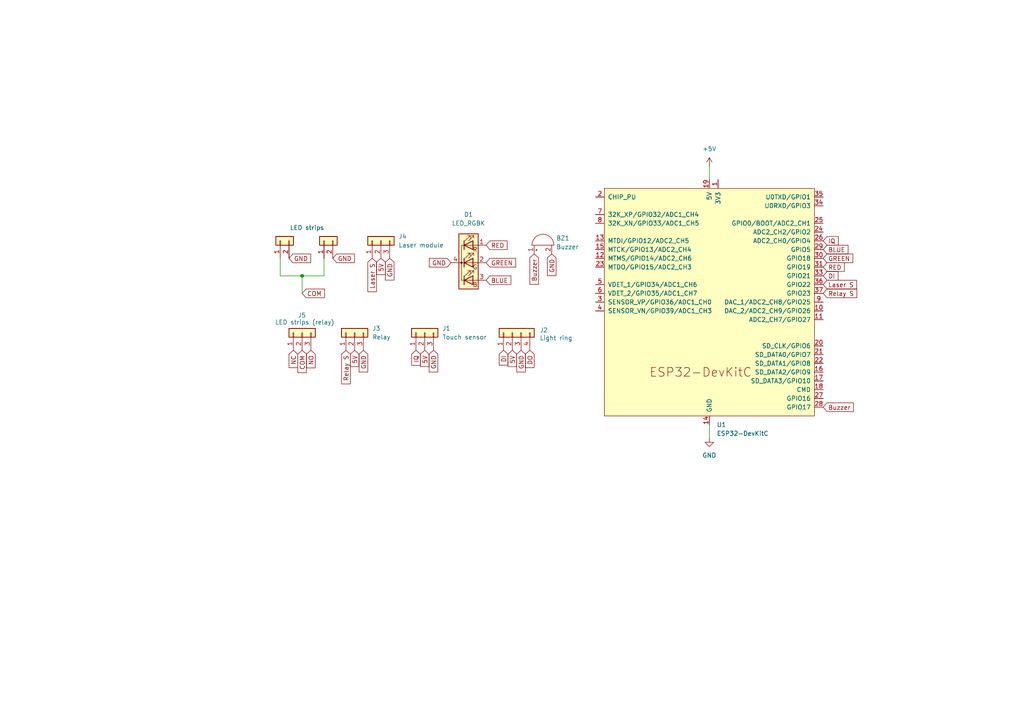
<source format=kicad_sch>
(kicad_sch
	(version 20250114)
	(generator "eeschema")
	(generator_version "9.0")
	(uuid "d3f9dd31-ab13-4689-8b39-d2565dc7a721")
	(paper "A4")
	(title_block
		(title "ESP32-home-light-show")
		(date "5. 1. 2026")
	)
	(lib_symbols
		(symbol "Connector_Generic:Conn_01x02"
			(pin_names
				(offset 1.016)
				(hide yes)
			)
			(exclude_from_sim no)
			(in_bom yes)
			(on_board yes)
			(property "Reference" "J"
				(at 0 2.54 0)
				(effects
					(font
						(size 1.27 1.27)
					)
				)
			)
			(property "Value" "Conn_01x02"
				(at 0 -5.08 0)
				(effects
					(font
						(size 1.27 1.27)
					)
				)
			)
			(property "Footprint" ""
				(at 0 0 0)
				(effects
					(font
						(size 1.27 1.27)
					)
					(hide yes)
				)
			)
			(property "Datasheet" "~"
				(at 0 0 0)
				(effects
					(font
						(size 1.27 1.27)
					)
					(hide yes)
				)
			)
			(property "Description" "Generic connector, single row, 01x02, script generated (kicad-library-utils/schlib/autogen/connector/)"
				(at 0 0 0)
				(effects
					(font
						(size 1.27 1.27)
					)
					(hide yes)
				)
			)
			(property "ki_keywords" "connector"
				(at 0 0 0)
				(effects
					(font
						(size 1.27 1.27)
					)
					(hide yes)
				)
			)
			(property "ki_fp_filters" "Connector*:*_1x??_*"
				(at 0 0 0)
				(effects
					(font
						(size 1.27 1.27)
					)
					(hide yes)
				)
			)
			(symbol "Conn_01x02_1_1"
				(rectangle
					(start -1.27 1.27)
					(end 1.27 -3.81)
					(stroke
						(width 0.254)
						(type default)
					)
					(fill
						(type background)
					)
				)
				(rectangle
					(start -1.27 0.127)
					(end 0 -0.127)
					(stroke
						(width 0.1524)
						(type default)
					)
					(fill
						(type none)
					)
				)
				(rectangle
					(start -1.27 -2.413)
					(end 0 -2.667)
					(stroke
						(width 0.1524)
						(type default)
					)
					(fill
						(type none)
					)
				)
				(pin passive line
					(at -5.08 0 0)
					(length 3.81)
					(name "Pin_1"
						(effects
							(font
								(size 1.27 1.27)
							)
						)
					)
					(number "1"
						(effects
							(font
								(size 1.27 1.27)
							)
						)
					)
				)
				(pin passive line
					(at -5.08 -2.54 0)
					(length 3.81)
					(name "Pin_2"
						(effects
							(font
								(size 1.27 1.27)
							)
						)
					)
					(number "2"
						(effects
							(font
								(size 1.27 1.27)
							)
						)
					)
				)
			)
			(embedded_fonts no)
		)
		(symbol "Connector_Generic:Conn_01x03"
			(pin_names
				(offset 1.016)
				(hide yes)
			)
			(exclude_from_sim no)
			(in_bom yes)
			(on_board yes)
			(property "Reference" "J"
				(at 0 5.08 0)
				(effects
					(font
						(size 1.27 1.27)
					)
				)
			)
			(property "Value" "Conn_01x03"
				(at 0 -5.08 0)
				(effects
					(font
						(size 1.27 1.27)
					)
				)
			)
			(property "Footprint" ""
				(at 0 0 0)
				(effects
					(font
						(size 1.27 1.27)
					)
					(hide yes)
				)
			)
			(property "Datasheet" "~"
				(at 0 0 0)
				(effects
					(font
						(size 1.27 1.27)
					)
					(hide yes)
				)
			)
			(property "Description" "Generic connector, single row, 01x03, script generated (kicad-library-utils/schlib/autogen/connector/)"
				(at 0 0 0)
				(effects
					(font
						(size 1.27 1.27)
					)
					(hide yes)
				)
			)
			(property "ki_keywords" "connector"
				(at 0 0 0)
				(effects
					(font
						(size 1.27 1.27)
					)
					(hide yes)
				)
			)
			(property "ki_fp_filters" "Connector*:*_1x??_*"
				(at 0 0 0)
				(effects
					(font
						(size 1.27 1.27)
					)
					(hide yes)
				)
			)
			(symbol "Conn_01x03_1_1"
				(rectangle
					(start -1.27 3.81)
					(end 1.27 -3.81)
					(stroke
						(width 0.254)
						(type default)
					)
					(fill
						(type background)
					)
				)
				(rectangle
					(start -1.27 2.667)
					(end 0 2.413)
					(stroke
						(width 0.1524)
						(type default)
					)
					(fill
						(type none)
					)
				)
				(rectangle
					(start -1.27 0.127)
					(end 0 -0.127)
					(stroke
						(width 0.1524)
						(type default)
					)
					(fill
						(type none)
					)
				)
				(rectangle
					(start -1.27 -2.413)
					(end 0 -2.667)
					(stroke
						(width 0.1524)
						(type default)
					)
					(fill
						(type none)
					)
				)
				(pin passive line
					(at -5.08 2.54 0)
					(length 3.81)
					(name "Pin_1"
						(effects
							(font
								(size 1.27 1.27)
							)
						)
					)
					(number "1"
						(effects
							(font
								(size 1.27 1.27)
							)
						)
					)
				)
				(pin passive line
					(at -5.08 0 0)
					(length 3.81)
					(name "Pin_2"
						(effects
							(font
								(size 1.27 1.27)
							)
						)
					)
					(number "2"
						(effects
							(font
								(size 1.27 1.27)
							)
						)
					)
				)
				(pin passive line
					(at -5.08 -2.54 0)
					(length 3.81)
					(name "Pin_3"
						(effects
							(font
								(size 1.27 1.27)
							)
						)
					)
					(number "3"
						(effects
							(font
								(size 1.27 1.27)
							)
						)
					)
				)
			)
			(embedded_fonts no)
		)
		(symbol "Connector_Generic:Conn_01x04"
			(pin_names
				(offset 1.016)
				(hide yes)
			)
			(exclude_from_sim no)
			(in_bom yes)
			(on_board yes)
			(property "Reference" "J"
				(at 0 5.08 0)
				(effects
					(font
						(size 1.27 1.27)
					)
				)
			)
			(property "Value" "Conn_01x04"
				(at 0 -7.62 0)
				(effects
					(font
						(size 1.27 1.27)
					)
				)
			)
			(property "Footprint" ""
				(at 0 0 0)
				(effects
					(font
						(size 1.27 1.27)
					)
					(hide yes)
				)
			)
			(property "Datasheet" "~"
				(at 0 0 0)
				(effects
					(font
						(size 1.27 1.27)
					)
					(hide yes)
				)
			)
			(property "Description" "Generic connector, single row, 01x04, script generated (kicad-library-utils/schlib/autogen/connector/)"
				(at 0 0 0)
				(effects
					(font
						(size 1.27 1.27)
					)
					(hide yes)
				)
			)
			(property "ki_keywords" "connector"
				(at 0 0 0)
				(effects
					(font
						(size 1.27 1.27)
					)
					(hide yes)
				)
			)
			(property "ki_fp_filters" "Connector*:*_1x??_*"
				(at 0 0 0)
				(effects
					(font
						(size 1.27 1.27)
					)
					(hide yes)
				)
			)
			(symbol "Conn_01x04_1_1"
				(rectangle
					(start -1.27 3.81)
					(end 1.27 -6.35)
					(stroke
						(width 0.254)
						(type default)
					)
					(fill
						(type background)
					)
				)
				(rectangle
					(start -1.27 2.667)
					(end 0 2.413)
					(stroke
						(width 0.1524)
						(type default)
					)
					(fill
						(type none)
					)
				)
				(rectangle
					(start -1.27 0.127)
					(end 0 -0.127)
					(stroke
						(width 0.1524)
						(type default)
					)
					(fill
						(type none)
					)
				)
				(rectangle
					(start -1.27 -2.413)
					(end 0 -2.667)
					(stroke
						(width 0.1524)
						(type default)
					)
					(fill
						(type none)
					)
				)
				(rectangle
					(start -1.27 -4.953)
					(end 0 -5.207)
					(stroke
						(width 0.1524)
						(type default)
					)
					(fill
						(type none)
					)
				)
				(pin passive line
					(at -5.08 2.54 0)
					(length 3.81)
					(name "Pin_1"
						(effects
							(font
								(size 1.27 1.27)
							)
						)
					)
					(number "1"
						(effects
							(font
								(size 1.27 1.27)
							)
						)
					)
				)
				(pin passive line
					(at -5.08 0 0)
					(length 3.81)
					(name "Pin_2"
						(effects
							(font
								(size 1.27 1.27)
							)
						)
					)
					(number "2"
						(effects
							(font
								(size 1.27 1.27)
							)
						)
					)
				)
				(pin passive line
					(at -5.08 -2.54 0)
					(length 3.81)
					(name "Pin_3"
						(effects
							(font
								(size 1.27 1.27)
							)
						)
					)
					(number "3"
						(effects
							(font
								(size 1.27 1.27)
							)
						)
					)
				)
				(pin passive line
					(at -5.08 -5.08 0)
					(length 3.81)
					(name "Pin_4"
						(effects
							(font
								(size 1.27 1.27)
							)
						)
					)
					(number "4"
						(effects
							(font
								(size 1.27 1.27)
							)
						)
					)
				)
			)
			(embedded_fonts no)
		)
		(symbol "Device:Buzzer"
			(pin_names
				(offset 0.0254)
				(hide yes)
			)
			(exclude_from_sim no)
			(in_bom yes)
			(on_board yes)
			(property "Reference" "BZ"
				(at 3.81 1.27 0)
				(effects
					(font
						(size 1.27 1.27)
					)
					(justify left)
				)
			)
			(property "Value" "Buzzer"
				(at 3.81 -1.27 0)
				(effects
					(font
						(size 1.27 1.27)
					)
					(justify left)
				)
			)
			(property "Footprint" ""
				(at -0.635 2.54 90)
				(effects
					(font
						(size 1.27 1.27)
					)
					(hide yes)
				)
			)
			(property "Datasheet" "~"
				(at -0.635 2.54 90)
				(effects
					(font
						(size 1.27 1.27)
					)
					(hide yes)
				)
			)
			(property "Description" "Buzzer, polarized"
				(at 0 0 0)
				(effects
					(font
						(size 1.27 1.27)
					)
					(hide yes)
				)
			)
			(property "ki_keywords" "quartz resonator ceramic"
				(at 0 0 0)
				(effects
					(font
						(size 1.27 1.27)
					)
					(hide yes)
				)
			)
			(property "ki_fp_filters" "*Buzzer*"
				(at 0 0 0)
				(effects
					(font
						(size 1.27 1.27)
					)
					(hide yes)
				)
			)
			(symbol "Buzzer_0_1"
				(polyline
					(pts
						(xy -1.651 1.905) (xy -1.143 1.905)
					)
					(stroke
						(width 0)
						(type default)
					)
					(fill
						(type none)
					)
				)
				(polyline
					(pts
						(xy -1.397 2.159) (xy -1.397 1.651)
					)
					(stroke
						(width 0)
						(type default)
					)
					(fill
						(type none)
					)
				)
				(arc
					(start 0 3.175)
					(mid 3.1612 0)
					(end 0 -3.175)
					(stroke
						(width 0)
						(type default)
					)
					(fill
						(type none)
					)
				)
				(polyline
					(pts
						(xy 0 3.175) (xy 0 -3.175)
					)
					(stroke
						(width 0)
						(type default)
					)
					(fill
						(type none)
					)
				)
			)
			(symbol "Buzzer_1_1"
				(pin passive line
					(at -2.54 2.54 0)
					(length 2.54)
					(name "+"
						(effects
							(font
								(size 1.27 1.27)
							)
						)
					)
					(number "1"
						(effects
							(font
								(size 1.27 1.27)
							)
						)
					)
				)
				(pin passive line
					(at -2.54 -2.54 0)
					(length 2.54)
					(name "-"
						(effects
							(font
								(size 1.27 1.27)
							)
						)
					)
					(number "2"
						(effects
							(font
								(size 1.27 1.27)
							)
						)
					)
				)
			)
			(embedded_fonts no)
		)
		(symbol "Device:LED_RGBK"
			(pin_names
				(offset 0)
				(hide yes)
			)
			(exclude_from_sim no)
			(in_bom yes)
			(on_board yes)
			(property "Reference" "D"
				(at 0 9.398 0)
				(effects
					(font
						(size 1.27 1.27)
					)
				)
			)
			(property "Value" "LED_RGBK"
				(at 0 -8.89 0)
				(effects
					(font
						(size 1.27 1.27)
					)
				)
			)
			(property "Footprint" ""
				(at 0 -1.27 0)
				(effects
					(font
						(size 1.27 1.27)
					)
					(hide yes)
				)
			)
			(property "Datasheet" "~"
				(at 0 -1.27 0)
				(effects
					(font
						(size 1.27 1.27)
					)
					(hide yes)
				)
			)
			(property "Description" "RGB LED, red/green/blue/cathode"
				(at 0 0 0)
				(effects
					(font
						(size 1.27 1.27)
					)
					(hide yes)
				)
			)
			(property "ki_keywords" "LED RGB diode"
				(at 0 0 0)
				(effects
					(font
						(size 1.27 1.27)
					)
					(hide yes)
				)
			)
			(property "ki_fp_filters" "LED* LED_SMD:* LED_THT:*"
				(at 0 0 0)
				(effects
					(font
						(size 1.27 1.27)
					)
					(hide yes)
				)
			)
			(symbol "LED_RGBK_0_0"
				(text "R"
					(at 1.905 3.81 0)
					(effects
						(font
							(size 1.27 1.27)
						)
					)
				)
				(text "G"
					(at 1.905 -1.27 0)
					(effects
						(font
							(size 1.27 1.27)
						)
					)
				)
				(text "B"
					(at 1.905 -6.35 0)
					(effects
						(font
							(size 1.27 1.27)
						)
					)
				)
			)
			(symbol "LED_RGBK_0_1"
				(circle
					(center -2.032 0)
					(radius 0.254)
					(stroke
						(width 0)
						(type default)
					)
					(fill
						(type outline)
					)
				)
				(polyline
					(pts
						(xy -1.27 6.35) (xy -1.27 3.81)
					)
					(stroke
						(width 0.254)
						(type default)
					)
					(fill
						(type none)
					)
				)
				(polyline
					(pts
						(xy -1.27 6.35) (xy -1.27 3.81) (xy -1.27 3.81)
					)
					(stroke
						(width 0)
						(type default)
					)
					(fill
						(type none)
					)
				)
				(polyline
					(pts
						(xy -1.27 5.08) (xy 1.27 5.08)
					)
					(stroke
						(width 0)
						(type default)
					)
					(fill
						(type none)
					)
				)
				(polyline
					(pts
						(xy -1.27 5.08) (xy -2.032 5.08) (xy -2.032 -5.08) (xy -1.016 -5.08)
					)
					(stroke
						(width 0)
						(type default)
					)
					(fill
						(type none)
					)
				)
				(polyline
					(pts
						(xy -1.27 1.27) (xy -1.27 -1.27)
					)
					(stroke
						(width 0.254)
						(type default)
					)
					(fill
						(type none)
					)
				)
				(polyline
					(pts
						(xy -1.27 1.27) (xy -1.27 -1.27) (xy -1.27 -1.27)
					)
					(stroke
						(width 0)
						(type default)
					)
					(fill
						(type none)
					)
				)
				(polyline
					(pts
						(xy -1.27 0) (xy -2.54 0)
					)
					(stroke
						(width 0)
						(type default)
					)
					(fill
						(type none)
					)
				)
				(polyline
					(pts
						(xy -1.27 -3.81) (xy -1.27 -6.35)
					)
					(stroke
						(width 0.254)
						(type default)
					)
					(fill
						(type none)
					)
				)
				(polyline
					(pts
						(xy -1.27 -5.08) (xy 1.27 -5.08)
					)
					(stroke
						(width 0)
						(type default)
					)
					(fill
						(type none)
					)
				)
				(polyline
					(pts
						(xy -1.016 6.35) (xy 0.508 7.874) (xy -0.254 7.874) (xy 0.508 7.874) (xy 0.508 7.112)
					)
					(stroke
						(width 0)
						(type default)
					)
					(fill
						(type none)
					)
				)
				(polyline
					(pts
						(xy -1.016 1.27) (xy 0.508 2.794) (xy -0.254 2.794) (xy 0.508 2.794) (xy 0.508 2.032)
					)
					(stroke
						(width 0)
						(type default)
					)
					(fill
						(type none)
					)
				)
				(polyline
					(pts
						(xy -1.016 -3.81) (xy 0.508 -2.286) (xy -0.254 -2.286) (xy 0.508 -2.286) (xy 0.508 -3.048)
					)
					(stroke
						(width 0)
						(type default)
					)
					(fill
						(type none)
					)
				)
				(polyline
					(pts
						(xy 0 6.35) (xy 1.524 7.874) (xy 0.762 7.874) (xy 1.524 7.874) (xy 1.524 7.112)
					)
					(stroke
						(width 0)
						(type default)
					)
					(fill
						(type none)
					)
				)
				(polyline
					(pts
						(xy 0 1.27) (xy 1.524 2.794) (xy 0.762 2.794) (xy 1.524 2.794) (xy 1.524 2.032)
					)
					(stroke
						(width 0)
						(type default)
					)
					(fill
						(type none)
					)
				)
				(polyline
					(pts
						(xy 0 -3.81) (xy 1.524 -2.286) (xy 0.762 -2.286) (xy 1.524 -2.286) (xy 1.524 -3.048)
					)
					(stroke
						(width 0)
						(type default)
					)
					(fill
						(type none)
					)
				)
				(polyline
					(pts
						(xy 1.27 6.35) (xy 1.27 3.81) (xy -1.27 5.08) (xy 1.27 6.35)
					)
					(stroke
						(width 0.254)
						(type default)
					)
					(fill
						(type none)
					)
				)
				(rectangle
					(start 1.27 6.35)
					(end 1.27 6.35)
					(stroke
						(width 0)
						(type default)
					)
					(fill
						(type none)
					)
				)
				(polyline
					(pts
						(xy 1.27 5.08) (xy 2.54 5.08)
					)
					(stroke
						(width 0)
						(type default)
					)
					(fill
						(type none)
					)
				)
				(rectangle
					(start 1.27 3.81)
					(end 1.27 6.35)
					(stroke
						(width 0)
						(type default)
					)
					(fill
						(type none)
					)
				)
				(polyline
					(pts
						(xy 1.27 1.27) (xy 1.27 -1.27) (xy -1.27 0) (xy 1.27 1.27)
					)
					(stroke
						(width 0.254)
						(type default)
					)
					(fill
						(type none)
					)
				)
				(rectangle
					(start 1.27 1.27)
					(end 1.27 1.27)
					(stroke
						(width 0)
						(type default)
					)
					(fill
						(type none)
					)
				)
				(polyline
					(pts
						(xy 1.27 0) (xy -1.27 0)
					)
					(stroke
						(width 0)
						(type default)
					)
					(fill
						(type none)
					)
				)
				(polyline
					(pts
						(xy 1.27 0) (xy 2.54 0)
					)
					(stroke
						(width 0)
						(type default)
					)
					(fill
						(type none)
					)
				)
				(rectangle
					(start 1.27 -1.27)
					(end 1.27 1.27)
					(stroke
						(width 0)
						(type default)
					)
					(fill
						(type none)
					)
				)
				(polyline
					(pts
						(xy 1.27 -3.81) (xy 1.27 -6.35) (xy -1.27 -5.08) (xy 1.27 -3.81)
					)
					(stroke
						(width 0.254)
						(type default)
					)
					(fill
						(type none)
					)
				)
				(polyline
					(pts
						(xy 1.27 -5.08) (xy 2.54 -5.08)
					)
					(stroke
						(width 0)
						(type default)
					)
					(fill
						(type none)
					)
				)
				(rectangle
					(start 2.794 8.382)
					(end -2.794 -7.62)
					(stroke
						(width 0.254)
						(type default)
					)
					(fill
						(type background)
					)
				)
			)
			(symbol "LED_RGBK_1_1"
				(pin passive line
					(at -5.08 0 0)
					(length 2.54)
					(name "K"
						(effects
							(font
								(size 1.27 1.27)
							)
						)
					)
					(number "4"
						(effects
							(font
								(size 1.27 1.27)
							)
						)
					)
				)
				(pin passive line
					(at 5.08 5.08 180)
					(length 2.54)
					(name "RA"
						(effects
							(font
								(size 1.27 1.27)
							)
						)
					)
					(number "1"
						(effects
							(font
								(size 1.27 1.27)
							)
						)
					)
				)
				(pin passive line
					(at 5.08 0 180)
					(length 2.54)
					(name "GA"
						(effects
							(font
								(size 1.27 1.27)
							)
						)
					)
					(number "2"
						(effects
							(font
								(size 1.27 1.27)
							)
						)
					)
				)
				(pin passive line
					(at 5.08 -5.08 180)
					(length 2.54)
					(name "BA"
						(effects
							(font
								(size 1.27 1.27)
							)
						)
					)
					(number "3"
						(effects
							(font
								(size 1.27 1.27)
							)
						)
					)
				)
			)
			(embedded_fonts no)
		)
		(symbol "Espressif:ESP32-DevKitC"
			(pin_names
				(offset 1.016)
			)
			(exclude_from_sim no)
			(in_bom yes)
			(on_board yes)
			(property "Reference" "U"
				(at -30.48 38.1 0)
				(effects
					(font
						(size 1.27 1.27)
					)
					(justify left)
				)
			)
			(property "Value" "ESP32-DevKitC"
				(at -30.48 35.56 0)
				(effects
					(font
						(size 1.27 1.27)
					)
					(justify left)
				)
			)
			(property "Footprint" "PCM_Espressif:ESP32-DevKitC"
				(at 0 -43.18 0)
				(effects
					(font
						(size 1.27 1.27)
					)
					(hide yes)
				)
			)
			(property "Datasheet" "https://docs.espressif.com/projects/esp-idf/zh_CN/latest/esp32/hw-reference/esp32/get-started-devkitc.html"
				(at 0 -45.72 0)
				(effects
					(font
						(size 1.27 1.27)
					)
					(hide yes)
				)
			)
			(property "Description" "Development Kit"
				(at 0 0 0)
				(effects
					(font
						(size 1.27 1.27)
					)
					(hide yes)
				)
			)
			(property "ki_keywords" "ESP32"
				(at 0 0 0)
				(effects
					(font
						(size 1.27 1.27)
					)
					(hide yes)
				)
			)
			(symbol "ESP32-DevKitC_0_0"
				(text "ESP32-DevKitC"
					(at -2.54 -20.32 0)
					(effects
						(font
							(size 2.54 2.54)
						)
					)
				)
				(pin power_in line
					(at 0 35.56 270)
					(length 2.54)
					(name "5V"
						(effects
							(font
								(size 1.27 1.27)
							)
						)
					)
					(number "19"
						(effects
							(font
								(size 1.27 1.27)
							)
						)
					)
				)
				(pin power_in line
					(at 0 -35.56 90)
					(length 2.54)
					(name "GND"
						(effects
							(font
								(size 1.27 1.27)
							)
						)
					)
					(number "14"
						(effects
							(font
								(size 1.27 1.27)
							)
						)
					)
				)
			)
			(symbol "ESP32-DevKitC_0_1"
				(rectangle
					(start -30.48 33.02)
					(end 30.48 -33.02)
					(stroke
						(width 0)
						(type default)
					)
					(fill
						(type background)
					)
				)
			)
			(symbol "ESP32-DevKitC_1_1"
				(pin input line
					(at -33.02 30.48 0)
					(length 2.54)
					(name "CHIP_PU"
						(effects
							(font
								(size 1.27 1.27)
							)
						)
					)
					(number "2"
						(effects
							(font
								(size 1.27 1.27)
							)
						)
					)
				)
				(pin bidirectional line
					(at -33.02 25.4 0)
					(length 2.54)
					(name "32K_XP/GPIO32/ADC1_CH4"
						(effects
							(font
								(size 1.27 1.27)
							)
						)
					)
					(number "7"
						(effects
							(font
								(size 1.27 1.27)
							)
						)
					)
				)
				(pin bidirectional line
					(at -33.02 22.86 0)
					(length 2.54)
					(name "32K_XN/GPIO33/ADC1_CH5"
						(effects
							(font
								(size 1.27 1.27)
							)
						)
					)
					(number "8"
						(effects
							(font
								(size 1.27 1.27)
							)
						)
					)
				)
				(pin bidirectional line
					(at -33.02 17.78 0)
					(length 2.54)
					(name "MTDI/GPIO12/ADC2_CH5"
						(effects
							(font
								(size 1.27 1.27)
							)
						)
					)
					(number "13"
						(effects
							(font
								(size 1.27 1.27)
							)
						)
					)
				)
				(pin bidirectional line
					(at -33.02 15.24 0)
					(length 2.54)
					(name "MTCK/GPIO13/ADC2_CH4"
						(effects
							(font
								(size 1.27 1.27)
							)
						)
					)
					(number "15"
						(effects
							(font
								(size 1.27 1.27)
							)
						)
					)
				)
				(pin bidirectional line
					(at -33.02 12.7 0)
					(length 2.54)
					(name "MTMS/GPIO14/ADC2_CH6"
						(effects
							(font
								(size 1.27 1.27)
							)
						)
					)
					(number "12"
						(effects
							(font
								(size 1.27 1.27)
							)
						)
					)
				)
				(pin bidirectional line
					(at -33.02 10.16 0)
					(length 2.54)
					(name "MTDO/GPIO15/ADC2_CH3"
						(effects
							(font
								(size 1.27 1.27)
							)
						)
					)
					(number "23"
						(effects
							(font
								(size 1.27 1.27)
							)
						)
					)
				)
				(pin input line
					(at -33.02 5.08 0)
					(length 2.54)
					(name "VDET_1/GPIO34/ADC1_CH6"
						(effects
							(font
								(size 1.27 1.27)
							)
						)
					)
					(number "5"
						(effects
							(font
								(size 1.27 1.27)
							)
						)
					)
				)
				(pin input line
					(at -33.02 2.54 0)
					(length 2.54)
					(name "VDET_2/GPIO35/ADC1_CH7"
						(effects
							(font
								(size 1.27 1.27)
							)
						)
					)
					(number "6"
						(effects
							(font
								(size 1.27 1.27)
							)
						)
					)
				)
				(pin input line
					(at -33.02 0 0)
					(length 2.54)
					(name "SENSOR_VP/GPIO36/ADC1_CH0"
						(effects
							(font
								(size 1.27 1.27)
							)
						)
					)
					(number "3"
						(effects
							(font
								(size 1.27 1.27)
							)
						)
					)
				)
				(pin input line
					(at -33.02 -2.54 0)
					(length 2.54)
					(name "SENSOR_VN/GPIO39/ADC1_CH3"
						(effects
							(font
								(size 1.27 1.27)
							)
						)
					)
					(number "4"
						(effects
							(font
								(size 1.27 1.27)
							)
						)
					)
				)
				(pin passive line
					(at 0 -35.56 90)
					(length 2.54)
					(hide yes)
					(name "GND"
						(effects
							(font
								(size 1.27 1.27)
							)
						)
					)
					(number "32"
						(effects
							(font
								(size 1.27 1.27)
							)
						)
					)
				)
				(pin passive line
					(at 0 -35.56 90)
					(length 2.54)
					(hide yes)
					(name "GND"
						(effects
							(font
								(size 1.27 1.27)
							)
						)
					)
					(number "38"
						(effects
							(font
								(size 1.27 1.27)
							)
						)
					)
				)
				(pin power_in line
					(at 2.54 35.56 270)
					(length 2.54)
					(name "3V3"
						(effects
							(font
								(size 1.27 1.27)
							)
						)
					)
					(number "1"
						(effects
							(font
								(size 1.27 1.27)
							)
						)
					)
				)
				(pin bidirectional line
					(at 33.02 30.48 180)
					(length 2.54)
					(name "U0TXD/GPIO1"
						(effects
							(font
								(size 1.27 1.27)
							)
						)
					)
					(number "35"
						(effects
							(font
								(size 1.27 1.27)
							)
						)
					)
				)
				(pin bidirectional line
					(at 33.02 27.94 180)
					(length 2.54)
					(name "U0RXD/GPIO3"
						(effects
							(font
								(size 1.27 1.27)
							)
						)
					)
					(number "34"
						(effects
							(font
								(size 1.27 1.27)
							)
						)
					)
				)
				(pin bidirectional line
					(at 33.02 22.86 180)
					(length 2.54)
					(name "GPIO0/BOOT/ADC2_CH1"
						(effects
							(font
								(size 1.27 1.27)
							)
						)
					)
					(number "25"
						(effects
							(font
								(size 1.27 1.27)
							)
						)
					)
				)
				(pin bidirectional line
					(at 33.02 20.32 180)
					(length 2.54)
					(name "ADC2_CH2/GPIO2"
						(effects
							(font
								(size 1.27 1.27)
							)
						)
					)
					(number "24"
						(effects
							(font
								(size 1.27 1.27)
							)
						)
					)
				)
				(pin bidirectional line
					(at 33.02 17.78 180)
					(length 2.54)
					(name "ADC2_CH0/GPIO4"
						(effects
							(font
								(size 1.27 1.27)
							)
						)
					)
					(number "26"
						(effects
							(font
								(size 1.27 1.27)
							)
						)
					)
				)
				(pin bidirectional line
					(at 33.02 15.24 180)
					(length 2.54)
					(name "GPIO5"
						(effects
							(font
								(size 1.27 1.27)
							)
						)
					)
					(number "29"
						(effects
							(font
								(size 1.27 1.27)
							)
						)
					)
				)
				(pin bidirectional line
					(at 33.02 12.7 180)
					(length 2.54)
					(name "GPIO18"
						(effects
							(font
								(size 1.27 1.27)
							)
						)
					)
					(number "30"
						(effects
							(font
								(size 1.27 1.27)
							)
						)
					)
				)
				(pin bidirectional line
					(at 33.02 10.16 180)
					(length 2.54)
					(name "GPIO19"
						(effects
							(font
								(size 1.27 1.27)
							)
						)
					)
					(number "31"
						(effects
							(font
								(size 1.27 1.27)
							)
						)
					)
				)
				(pin bidirectional line
					(at 33.02 7.62 180)
					(length 2.54)
					(name "GPIO21"
						(effects
							(font
								(size 1.27 1.27)
							)
						)
					)
					(number "33"
						(effects
							(font
								(size 1.27 1.27)
							)
						)
					)
				)
				(pin bidirectional line
					(at 33.02 5.08 180)
					(length 2.54)
					(name "GPIO22"
						(effects
							(font
								(size 1.27 1.27)
							)
						)
					)
					(number "36"
						(effects
							(font
								(size 1.27 1.27)
							)
						)
					)
				)
				(pin bidirectional line
					(at 33.02 2.54 180)
					(length 2.54)
					(name "GPIO23"
						(effects
							(font
								(size 1.27 1.27)
							)
						)
					)
					(number "37"
						(effects
							(font
								(size 1.27 1.27)
							)
						)
					)
				)
				(pin bidirectional line
					(at 33.02 0 180)
					(length 2.54)
					(name "DAC_1/ADC2_CH8/GPIO25"
						(effects
							(font
								(size 1.27 1.27)
							)
						)
					)
					(number "9"
						(effects
							(font
								(size 1.27 1.27)
							)
						)
					)
				)
				(pin bidirectional line
					(at 33.02 -2.54 180)
					(length 2.54)
					(name "DAC_2/ADC2_CH9/GPIO26"
						(effects
							(font
								(size 1.27 1.27)
							)
						)
					)
					(number "10"
						(effects
							(font
								(size 1.27 1.27)
							)
						)
					)
				)
				(pin bidirectional line
					(at 33.02 -5.08 180)
					(length 2.54)
					(name "ADC2_CH7/GPIO27"
						(effects
							(font
								(size 1.27 1.27)
							)
						)
					)
					(number "11"
						(effects
							(font
								(size 1.27 1.27)
							)
						)
					)
				)
				(pin bidirectional line
					(at 33.02 -12.7 180)
					(length 2.54)
					(name "SD_CLK/GPIO6"
						(effects
							(font
								(size 1.27 1.27)
							)
						)
					)
					(number "20"
						(effects
							(font
								(size 1.27 1.27)
							)
						)
					)
				)
				(pin bidirectional line
					(at 33.02 -15.24 180)
					(length 2.54)
					(name "SD_DATA0/GPIO7"
						(effects
							(font
								(size 1.27 1.27)
							)
						)
					)
					(number "21"
						(effects
							(font
								(size 1.27 1.27)
							)
						)
					)
				)
				(pin bidirectional line
					(at 33.02 -17.78 180)
					(length 2.54)
					(name "SD_DATA1/GPIO8"
						(effects
							(font
								(size 1.27 1.27)
							)
						)
					)
					(number "22"
						(effects
							(font
								(size 1.27 1.27)
							)
						)
					)
				)
				(pin bidirectional line
					(at 33.02 -20.32 180)
					(length 2.54)
					(name "SD_DATA2/GPIO9"
						(effects
							(font
								(size 1.27 1.27)
							)
						)
					)
					(number "16"
						(effects
							(font
								(size 1.27 1.27)
							)
						)
					)
				)
				(pin bidirectional line
					(at 33.02 -22.86 180)
					(length 2.54)
					(name "SD_DATA3/GPIO10"
						(effects
							(font
								(size 1.27 1.27)
							)
						)
					)
					(number "17"
						(effects
							(font
								(size 1.27 1.27)
							)
						)
					)
				)
				(pin bidirectional line
					(at 33.02 -25.4 180)
					(length 2.54)
					(name "CMD"
						(effects
							(font
								(size 1.27 1.27)
							)
						)
					)
					(number "18"
						(effects
							(font
								(size 1.27 1.27)
							)
						)
					)
				)
				(pin bidirectional line
					(at 33.02 -27.94 180)
					(length 2.54)
					(name "GPIO16"
						(effects
							(font
								(size 1.27 1.27)
							)
						)
					)
					(number "27"
						(effects
							(font
								(size 1.27 1.27)
							)
						)
					)
				)
				(pin bidirectional line
					(at 33.02 -30.48 180)
					(length 2.54)
					(name "GPIO17"
						(effects
							(font
								(size 1.27 1.27)
							)
						)
					)
					(number "28"
						(effects
							(font
								(size 1.27 1.27)
							)
						)
					)
				)
			)
			(embedded_fonts no)
		)
		(symbol "power:+5V"
			(power)
			(pin_numbers
				(hide yes)
			)
			(pin_names
				(offset 0)
				(hide yes)
			)
			(exclude_from_sim no)
			(in_bom yes)
			(on_board yes)
			(property "Reference" "#PWR"
				(at 0 -3.81 0)
				(effects
					(font
						(size 1.27 1.27)
					)
					(hide yes)
				)
			)
			(property "Value" "+5V"
				(at 0 3.556 0)
				(effects
					(font
						(size 1.27 1.27)
					)
				)
			)
			(property "Footprint" ""
				(at 0 0 0)
				(effects
					(font
						(size 1.27 1.27)
					)
					(hide yes)
				)
			)
			(property "Datasheet" ""
				(at 0 0 0)
				(effects
					(font
						(size 1.27 1.27)
					)
					(hide yes)
				)
			)
			(property "Description" "Power symbol creates a global label with name \"+5V\""
				(at 0 0 0)
				(effects
					(font
						(size 1.27 1.27)
					)
					(hide yes)
				)
			)
			(property "ki_keywords" "global power"
				(at 0 0 0)
				(effects
					(font
						(size 1.27 1.27)
					)
					(hide yes)
				)
			)
			(symbol "+5V_0_1"
				(polyline
					(pts
						(xy -0.762 1.27) (xy 0 2.54)
					)
					(stroke
						(width 0)
						(type default)
					)
					(fill
						(type none)
					)
				)
				(polyline
					(pts
						(xy 0 2.54) (xy 0.762 1.27)
					)
					(stroke
						(width 0)
						(type default)
					)
					(fill
						(type none)
					)
				)
				(polyline
					(pts
						(xy 0 0) (xy 0 2.54)
					)
					(stroke
						(width 0)
						(type default)
					)
					(fill
						(type none)
					)
				)
			)
			(symbol "+5V_1_1"
				(pin power_in line
					(at 0 0 90)
					(length 0)
					(name "~"
						(effects
							(font
								(size 1.27 1.27)
							)
						)
					)
					(number "1"
						(effects
							(font
								(size 1.27 1.27)
							)
						)
					)
				)
			)
			(embedded_fonts no)
		)
		(symbol "power:GND"
			(power)
			(pin_numbers
				(hide yes)
			)
			(pin_names
				(offset 0)
				(hide yes)
			)
			(exclude_from_sim no)
			(in_bom yes)
			(on_board yes)
			(property "Reference" "#PWR"
				(at 0 -6.35 0)
				(effects
					(font
						(size 1.27 1.27)
					)
					(hide yes)
				)
			)
			(property "Value" "GND"
				(at 0 -3.81 0)
				(effects
					(font
						(size 1.27 1.27)
					)
				)
			)
			(property "Footprint" ""
				(at 0 0 0)
				(effects
					(font
						(size 1.27 1.27)
					)
					(hide yes)
				)
			)
			(property "Datasheet" ""
				(at 0 0 0)
				(effects
					(font
						(size 1.27 1.27)
					)
					(hide yes)
				)
			)
			(property "Description" "Power symbol creates a global label with name \"GND\" , ground"
				(at 0 0 0)
				(effects
					(font
						(size 1.27 1.27)
					)
					(hide yes)
				)
			)
			(property "ki_keywords" "global power"
				(at 0 0 0)
				(effects
					(font
						(size 1.27 1.27)
					)
					(hide yes)
				)
			)
			(symbol "GND_0_1"
				(polyline
					(pts
						(xy 0 0) (xy 0 -1.27) (xy 1.27 -1.27) (xy 0 -2.54) (xy -1.27 -1.27) (xy 0 -1.27)
					)
					(stroke
						(width 0)
						(type default)
					)
					(fill
						(type none)
					)
				)
			)
			(symbol "GND_1_1"
				(pin power_in line
					(at 0 0 270)
					(length 0)
					(name "~"
						(effects
							(font
								(size 1.27 1.27)
							)
						)
					)
					(number "1"
						(effects
							(font
								(size 1.27 1.27)
							)
						)
					)
				)
			)
			(embedded_fonts no)
		)
	)
	(junction
		(at 87.63 80.01)
		(diameter 0)
		(color 0 0 0 0)
		(uuid "78f959c5-b14b-49c1-8799-fbb3f4fc3f39")
	)
	(wire
		(pts
			(xy 205.74 127) (xy 205.74 123.19)
		)
		(stroke
			(width 0)
			(type default)
		)
		(uuid "1b6ebb2e-cdeb-48f6-8a3a-d2eb1b25507b")
	)
	(wire
		(pts
			(xy 81.28 74.93) (xy 81.28 80.01)
		)
		(stroke
			(width 0)
			(type default)
		)
		(uuid "2b41c0d8-c10f-4f0c-bf1f-854b2c03d352")
	)
	(wire
		(pts
			(xy 87.63 80.01) (xy 87.63 85.09)
		)
		(stroke
			(width 0)
			(type default)
		)
		(uuid "647568e5-d13e-410b-885a-fe0ae0082e5c")
	)
	(wire
		(pts
			(xy 205.74 48.26) (xy 205.74 52.07)
		)
		(stroke
			(width 0)
			(type default)
		)
		(uuid "6d2b1db4-5074-4abb-9b50-89f369b90d3b")
	)
	(wire
		(pts
			(xy 93.98 80.01) (xy 93.98 74.93)
		)
		(stroke
			(width 0)
			(type default)
		)
		(uuid "b521a310-2c7e-4846-9175-5d042ab0edd2")
	)
	(wire
		(pts
			(xy 87.63 80.01) (xy 93.98 80.01)
		)
		(stroke
			(width 0)
			(type default)
		)
		(uuid "bf16c433-0256-45d0-b8ef-368347fc8c40")
	)
	(wire
		(pts
			(xy 81.28 80.01) (xy 87.63 80.01)
		)
		(stroke
			(width 0)
			(type default)
		)
		(uuid "f278f52c-8db8-4d98-a639-fe81b1a2681b")
	)
	(global_label "IQ"
		(shape input)
		(at 120.65 101.6 270)
		(fields_autoplaced yes)
		(effects
			(font
				(size 1.27 1.27)
			)
			(justify right)
		)
		(uuid "0a59ec6b-cce6-4402-b36d-c825b7e2f385")
		(property "Intersheetrefs" "${INTERSHEET_REFS}"
			(at 120.65 106.5205 90)
			(effects
				(font
					(size 1.27 1.27)
				)
				(justify right)
				(hide yes)
			)
		)
	)
	(global_label "GND"
		(shape input)
		(at 125.73 101.6 270)
		(fields_autoplaced yes)
		(effects
			(font
				(size 1.27 1.27)
			)
			(justify right)
		)
		(uuid "0b35c444-7012-448e-8334-6028050813a7")
		(property "Intersheetrefs" "${INTERSHEET_REFS}"
			(at 125.73 108.4557 90)
			(effects
				(font
					(size 1.27 1.27)
				)
				(justify right)
				(hide yes)
			)
		)
	)
	(global_label "5V"
		(shape input)
		(at 110.49 74.93 270)
		(fields_autoplaced yes)
		(effects
			(font
				(size 1.27 1.27)
			)
			(justify right)
		)
		(uuid "1099b59a-b6f0-4507-a5d1-c0d4d623c6b1")
		(property "Intersheetrefs" "${INTERSHEET_REFS}"
			(at 110.49 80.2133 90)
			(effects
				(font
					(size 1.27 1.27)
				)
				(justify right)
				(hide yes)
			)
		)
	)
	(global_label "DI"
		(shape input)
		(at 146.05 101.6 270)
		(fields_autoplaced yes)
		(effects
			(font
				(size 1.27 1.27)
			)
			(justify right)
		)
		(uuid "16b16efd-7d3e-4738-85f3-2ab91ec0533e")
		(property "Intersheetrefs" "${INTERSHEET_REFS}"
			(at 146.05 106.46 90)
			(effects
				(font
					(size 1.27 1.27)
				)
				(justify right)
				(hide yes)
			)
		)
	)
	(global_label "5V"
		(shape input)
		(at 123.19 101.6 270)
		(fields_autoplaced yes)
		(effects
			(font
				(size 1.27 1.27)
			)
			(justify right)
		)
		(uuid "23ce587b-cb6c-40e4-a716-4292c417499d")
		(property "Intersheetrefs" "${INTERSHEET_REFS}"
			(at 123.19 106.8833 90)
			(effects
				(font
					(size 1.27 1.27)
				)
				(justify right)
				(hide yes)
			)
		)
	)
	(global_label "GND"
		(shape input)
		(at 151.13 101.6 270)
		(fields_autoplaced yes)
		(effects
			(font
				(size 1.27 1.27)
			)
			(justify right)
		)
		(uuid "29295fee-7a50-42ff-a37d-b91d131d0004")
		(property "Intersheetrefs" "${INTERSHEET_REFS}"
			(at 151.13 108.4557 90)
			(effects
				(font
					(size 1.27 1.27)
				)
				(justify right)
				(hide yes)
			)
		)
	)
	(global_label "5V"
		(shape input)
		(at 102.87 101.6 270)
		(fields_autoplaced yes)
		(effects
			(font
				(size 1.27 1.27)
			)
			(justify right)
		)
		(uuid "2c39f532-2500-40fd-a828-9e30b1623831")
		(property "Intersheetrefs" "${INTERSHEET_REFS}"
			(at 102.87 106.8833 90)
			(effects
				(font
					(size 1.27 1.27)
				)
				(justify right)
				(hide yes)
			)
		)
	)
	(global_label "COM"
		(shape input)
		(at 87.63 85.09 0)
		(fields_autoplaced yes)
		(effects
			(font
				(size 1.27 1.27)
			)
			(justify left)
		)
		(uuid "306c5db2-b827-4a5d-8d5b-219e3bbfea7c")
		(property "Intersheetrefs" "${INTERSHEET_REFS}"
			(at 94.6671 85.09 0)
			(effects
				(font
					(size 1.27 1.27)
				)
				(justify left)
				(hide yes)
			)
		)
	)
	(global_label "Buzzer"
		(shape input)
		(at 238.76 118.11 0)
		(fields_autoplaced yes)
		(effects
			(font
				(size 1.27 1.27)
			)
			(justify left)
		)
		(uuid "42d955d9-ff15-4975-823a-02f313d696e3")
		(property "Intersheetrefs" "${INTERSHEET_REFS}"
			(at 248.0952 118.11 0)
			(effects
				(font
					(size 1.27 1.27)
				)
				(justify left)
				(hide yes)
			)
		)
	)
	(global_label "Laser S"
		(shape input)
		(at 107.95 74.93 270)
		(fields_autoplaced yes)
		(effects
			(font
				(size 1.27 1.27)
			)
			(justify right)
		)
		(uuid "45e0d453-6cd9-4bde-adc7-a6d48d713721")
		(property "Intersheetrefs" "${INTERSHEET_REFS}"
			(at 107.95 85.1723 90)
			(effects
				(font
					(size 1.27 1.27)
				)
				(justify right)
				(hide yes)
			)
		)
	)
	(global_label "Relay S"
		(shape input)
		(at 100.33 101.6 270)
		(fields_autoplaced yes)
		(effects
			(font
				(size 1.27 1.27)
			)
			(justify right)
		)
		(uuid "4eb27a05-5764-4bb9-954f-73af829edd6a")
		(property "Intersheetrefs" "${INTERSHEET_REFS}"
			(at 100.33 111.9027 90)
			(effects
				(font
					(size 1.27 1.27)
				)
				(justify right)
				(hide yes)
			)
		)
	)
	(global_label "Laser S"
		(shape input)
		(at 238.76 82.55 0)
		(fields_autoplaced yes)
		(effects
			(font
				(size 1.27 1.27)
			)
			(justify left)
		)
		(uuid "530fb34d-bc72-45b6-9ac6-f2fb16b40f6d")
		(property "Intersheetrefs" "${INTERSHEET_REFS}"
			(at 249.0023 82.55 0)
			(effects
				(font
					(size 1.27 1.27)
				)
				(justify left)
				(hide yes)
			)
		)
	)
	(global_label "Relay S"
		(shape input)
		(at 238.76 85.09 0)
		(fields_autoplaced yes)
		(effects
			(font
				(size 1.27 1.27)
			)
			(justify left)
		)
		(uuid "5ee86736-feeb-4714-836b-99c6c59de96c")
		(property "Intersheetrefs" "${INTERSHEET_REFS}"
			(at 249.0627 85.09 0)
			(effects
				(font
					(size 1.27 1.27)
				)
				(justify left)
				(hide yes)
			)
		)
	)
	(global_label "BLUE"
		(shape input)
		(at 238.76 72.39 0)
		(fields_autoplaced yes)
		(effects
			(font
				(size 1.27 1.27)
			)
			(justify left)
		)
		(uuid "62ee74d4-5225-49c6-9f9a-06c716bcbd73")
		(property "Intersheetrefs" "${INTERSHEET_REFS}"
			(at 246.5228 72.39 0)
			(effects
				(font
					(size 1.27 1.27)
				)
				(justify left)
				(hide yes)
			)
		)
	)
	(global_label "NO"
		(shape input)
		(at 90.17 101.6 270)
		(fields_autoplaced yes)
		(effects
			(font
				(size 1.27 1.27)
			)
			(justify right)
		)
		(uuid "675344c4-debe-4e2e-9a34-059aa59c5695")
		(property "Intersheetrefs" "${INTERSHEET_REFS}"
			(at 90.17 107.2462 90)
			(effects
				(font
					(size 1.27 1.27)
				)
				(justify right)
				(hide yes)
			)
		)
	)
	(global_label "DO"
		(shape input)
		(at 153.67 101.6 270)
		(fields_autoplaced yes)
		(effects
			(font
				(size 1.27 1.27)
			)
			(justify right)
		)
		(uuid "69427f03-a735-4054-887e-f9f1d9bbc61b")
		(property "Intersheetrefs" "${INTERSHEET_REFS}"
			(at 153.67 107.1857 90)
			(effects
				(font
					(size 1.27 1.27)
				)
				(justify right)
				(hide yes)
			)
		)
	)
	(global_label "NC"
		(shape input)
		(at 85.09 101.6 270)
		(fields_autoplaced yes)
		(effects
			(font
				(size 1.27 1.27)
			)
			(justify right)
		)
		(uuid "6e9e4977-5d7b-464d-a87c-658375f0afbd")
		(property "Intersheetrefs" "${INTERSHEET_REFS}"
			(at 85.09 107.1857 90)
			(effects
				(font
					(size 1.27 1.27)
				)
				(justify right)
				(hide yes)
			)
		)
	)
	(global_label "GREEN"
		(shape input)
		(at 238.76 74.93 0)
		(fields_autoplaced yes)
		(effects
			(font
				(size 1.27 1.27)
			)
			(justify left)
		)
		(uuid "74412d99-6d33-4b5f-9a67-098e9d1b44d6")
		(property "Intersheetrefs" "${INTERSHEET_REFS}"
			(at 247.9137 74.93 0)
			(effects
				(font
					(size 1.27 1.27)
				)
				(justify left)
				(hide yes)
			)
		)
	)
	(global_label "5V"
		(shape input)
		(at 148.59 101.6 270)
		(fields_autoplaced yes)
		(effects
			(font
				(size 1.27 1.27)
			)
			(justify right)
		)
		(uuid "7ab8277a-7291-4d71-abfd-e7e86304042a")
		(property "Intersheetrefs" "${INTERSHEET_REFS}"
			(at 148.59 106.8833 90)
			(effects
				(font
					(size 1.27 1.27)
				)
				(justify right)
				(hide yes)
			)
		)
	)
	(global_label "BLUE"
		(shape input)
		(at 140.97 81.28 0)
		(fields_autoplaced yes)
		(effects
			(font
				(size 1.27 1.27)
			)
			(justify left)
		)
		(uuid "8794f8c3-6d4b-4960-81c0-252265fe1691")
		(property "Intersheetrefs" "${INTERSHEET_REFS}"
			(at 148.7328 81.28 0)
			(effects
				(font
					(size 1.27 1.27)
				)
				(justify left)
				(hide yes)
			)
		)
	)
	(global_label "GND"
		(shape input)
		(at 83.82 74.93 0)
		(fields_autoplaced yes)
		(effects
			(font
				(size 1.27 1.27)
			)
			(justify left)
		)
		(uuid "8dff501f-8b71-49e2-96b4-02c31e3ea125")
		(property "Intersheetrefs" "${INTERSHEET_REFS}"
			(at 90.6757 74.93 0)
			(effects
				(font
					(size 1.27 1.27)
				)
				(justify left)
				(hide yes)
			)
		)
	)
	(global_label "GND"
		(shape input)
		(at 96.52 74.93 0)
		(fields_autoplaced yes)
		(effects
			(font
				(size 1.27 1.27)
			)
			(justify left)
		)
		(uuid "9b94da6e-f3d8-40ad-a6c1-9a4aef2a7e19")
		(property "Intersheetrefs" "${INTERSHEET_REFS}"
			(at 103.3757 74.93 0)
			(effects
				(font
					(size 1.27 1.27)
				)
				(justify left)
				(hide yes)
			)
		)
	)
	(global_label "RED"
		(shape input)
		(at 140.97 71.12 0)
		(fields_autoplaced yes)
		(effects
			(font
				(size 1.27 1.27)
			)
			(justify left)
		)
		(uuid "9e6a62f1-1140-4856-87e3-4ef07bf72c16")
		(property "Intersheetrefs" "${INTERSHEET_REFS}"
			(at 147.6442 71.12 0)
			(effects
				(font
					(size 1.27 1.27)
				)
				(justify left)
				(hide yes)
			)
		)
	)
	(global_label "GND"
		(shape input)
		(at 113.03 74.93 270)
		(fields_autoplaced yes)
		(effects
			(font
				(size 1.27 1.27)
			)
			(justify right)
		)
		(uuid "a68ec445-cd8d-4225-b7cc-bb00499c14a7")
		(property "Intersheetrefs" "${INTERSHEET_REFS}"
			(at 113.03 81.7857 90)
			(effects
				(font
					(size 1.27 1.27)
				)
				(justify right)
				(hide yes)
			)
		)
	)
	(global_label "GREEN"
		(shape input)
		(at 140.97 76.2 0)
		(fields_autoplaced yes)
		(effects
			(font
				(size 1.27 1.27)
			)
			(justify left)
		)
		(uuid "a8ffdbcb-ec25-405b-94a7-7cbb33b1ef34")
		(property "Intersheetrefs" "${INTERSHEET_REFS}"
			(at 150.1237 76.2 0)
			(effects
				(font
					(size 1.27 1.27)
				)
				(justify left)
				(hide yes)
			)
		)
	)
	(global_label "IQ"
		(shape input)
		(at 238.76 69.85 0)
		(fields_autoplaced yes)
		(effects
			(font
				(size 1.27 1.27)
			)
			(justify left)
		)
		(uuid "b50b7e87-d770-467a-9ff3-6b6a76d8456d")
		(property "Intersheetrefs" "${INTERSHEET_REFS}"
			(at 243.6805 69.85 0)
			(effects
				(font
					(size 1.27 1.27)
				)
				(justify left)
				(hide yes)
			)
		)
	)
	(global_label "RED"
		(shape input)
		(at 238.76 77.47 0)
		(fields_autoplaced yes)
		(effects
			(font
				(size 1.27 1.27)
			)
			(justify left)
		)
		(uuid "c4b356d2-f19a-43db-8b05-d3bdd2ee8876")
		(property "Intersheetrefs" "${INTERSHEET_REFS}"
			(at 245.4342 77.47 0)
			(effects
				(font
					(size 1.27 1.27)
				)
				(justify left)
				(hide yes)
			)
		)
	)
	(global_label "Buzzer"
		(shape input)
		(at 154.94 73.66 270)
		(fields_autoplaced yes)
		(effects
			(font
				(size 1.27 1.27)
			)
			(justify right)
		)
		(uuid "c76c4517-dc22-4821-85ca-6f0b6bf22b5e")
		(property "Intersheetrefs" "${INTERSHEET_REFS}"
			(at 154.94 82.9952 90)
			(effects
				(font
					(size 1.27 1.27)
				)
				(justify right)
				(hide yes)
			)
		)
	)
	(global_label "GND"
		(shape input)
		(at 105.41 101.6 270)
		(fields_autoplaced yes)
		(effects
			(font
				(size 1.27 1.27)
			)
			(justify right)
		)
		(uuid "d0ac52cf-a4d8-43d5-92d9-494bea49ebc2")
		(property "Intersheetrefs" "${INTERSHEET_REFS}"
			(at 105.41 108.4557 90)
			(effects
				(font
					(size 1.27 1.27)
				)
				(justify right)
				(hide yes)
			)
		)
	)
	(global_label "GND"
		(shape input)
		(at 130.81 76.2 180)
		(fields_autoplaced yes)
		(effects
			(font
				(size 1.27 1.27)
			)
			(justify right)
		)
		(uuid "e8231409-5b2b-41f2-b46c-c0be9d186fe0")
		(property "Intersheetrefs" "${INTERSHEET_REFS}"
			(at 123.9543 76.2 0)
			(effects
				(font
					(size 1.27 1.27)
				)
				(justify right)
				(hide yes)
			)
		)
	)
	(global_label "GND"
		(shape input)
		(at 160.02 73.66 270)
		(fields_autoplaced yes)
		(effects
			(font
				(size 1.27 1.27)
			)
			(justify right)
		)
		(uuid "e9b7f934-4ddf-4a47-87ea-3ba3b09efaa3")
		(property "Intersheetrefs" "${INTERSHEET_REFS}"
			(at 160.02 80.5157 90)
			(effects
				(font
					(size 1.27 1.27)
				)
				(justify right)
				(hide yes)
			)
		)
	)
	(global_label "COM"
		(shape input)
		(at 87.63 101.6 270)
		(fields_autoplaced yes)
		(effects
			(font
				(size 1.27 1.27)
			)
			(justify right)
		)
		(uuid "eb61da87-7fc7-4967-b9e0-3c80b930a525")
		(property "Intersheetrefs" "${INTERSHEET_REFS}"
			(at 87.63 108.6371 90)
			(effects
				(font
					(size 1.27 1.27)
				)
				(justify right)
				(hide yes)
			)
		)
	)
	(global_label "DI"
		(shape input)
		(at 238.76 80.01 0)
		(fields_autoplaced yes)
		(effects
			(font
				(size 1.27 1.27)
			)
			(justify left)
		)
		(uuid "ef5707f8-579b-4925-a08f-c1014a1cd87a")
		(property "Intersheetrefs" "${INTERSHEET_REFS}"
			(at 243.62 80.01 0)
			(effects
				(font
					(size 1.27 1.27)
				)
				(justify left)
				(hide yes)
			)
		)
	)
	(symbol
		(lib_id "power:GND")
		(at 205.74 127 0)
		(unit 1)
		(exclude_from_sim no)
		(in_bom yes)
		(on_board yes)
		(dnp no)
		(fields_autoplaced yes)
		(uuid "0a4b7774-51bd-4e9f-91a5-e8b63d9c93c5")
		(property "Reference" "#PWR03"
			(at 205.74 133.35 0)
			(effects
				(font
					(size 1.27 1.27)
				)
				(hide yes)
			)
		)
		(property "Value" "GND"
			(at 205.74 132.08 0)
			(effects
				(font
					(size 1.27 1.27)
				)
			)
		)
		(property "Footprint" ""
			(at 205.74 127 0)
			(effects
				(font
					(size 1.27 1.27)
				)
				(hide yes)
			)
		)
		(property "Datasheet" ""
			(at 205.74 127 0)
			(effects
				(font
					(size 1.27 1.27)
				)
				(hide yes)
			)
		)
		(property "Description" "Power symbol creates a global label with name \"GND\" , ground"
			(at 205.74 127 0)
			(effects
				(font
					(size 1.27 1.27)
				)
				(hide yes)
			)
		)
		(pin "1"
			(uuid "522e0401-f5fa-4944-af72-81838a6f5e21")
		)
		(instances
			(project ""
				(path "/d3f9dd31-ab13-4689-8b39-d2565dc7a721"
					(reference "#PWR03")
					(unit 1)
				)
			)
		)
	)
	(symbol
		(lib_id "power:+5V")
		(at 205.74 48.26 0)
		(unit 1)
		(exclude_from_sim no)
		(in_bom yes)
		(on_board yes)
		(dnp no)
		(fields_autoplaced yes)
		(uuid "3f61cbf5-875b-4574-a591-46b035e9cd3b")
		(property "Reference" "#PWR01"
			(at 205.74 52.07 0)
			(effects
				(font
					(size 1.27 1.27)
				)
				(hide yes)
			)
		)
		(property "Value" "+5V"
			(at 205.74 43.18 0)
			(effects
				(font
					(size 1.27 1.27)
				)
			)
		)
		(property "Footprint" ""
			(at 205.74 48.26 0)
			(effects
				(font
					(size 1.27 1.27)
				)
				(hide yes)
			)
		)
		(property "Datasheet" ""
			(at 205.74 48.26 0)
			(effects
				(font
					(size 1.27 1.27)
				)
				(hide yes)
			)
		)
		(property "Description" "Power symbol creates a global label with name \"+5V\""
			(at 205.74 48.26 0)
			(effects
				(font
					(size 1.27 1.27)
				)
				(hide yes)
			)
		)
		(pin "1"
			(uuid "99572168-e86e-41be-ad46-9715e1fde5e0")
		)
		(instances
			(project ""
				(path "/d3f9dd31-ab13-4689-8b39-d2565dc7a721"
					(reference "#PWR01")
					(unit 1)
				)
			)
		)
	)
	(symbol
		(lib_id "Connector_Generic:Conn_01x04")
		(at 148.59 96.52 90)
		(unit 1)
		(exclude_from_sim no)
		(in_bom yes)
		(on_board yes)
		(dnp no)
		(uuid "55247dac-f3ac-4cbb-9591-c8a603147a4d")
		(property "Reference" "J2"
			(at 157.734 95.758 90)
			(effects
				(font
					(size 1.27 1.27)
				)
			)
		)
		(property "Value" "Light ring"
			(at 161.29 98.044 90)
			(effects
				(font
					(size 1.27 1.27)
				)
			)
		)
		(property "Footprint" ""
			(at 148.59 96.52 0)
			(effects
				(font
					(size 1.27 1.27)
				)
				(hide yes)
			)
		)
		(property "Datasheet" "~"
			(at 148.59 96.52 0)
			(effects
				(font
					(size 1.27 1.27)
				)
				(hide yes)
			)
		)
		(property "Description" "Generic connector, single row, 01x04, script generated (kicad-library-utils/schlib/autogen/connector/)"
			(at 148.59 96.52 0)
			(effects
				(font
					(size 1.27 1.27)
				)
				(hide yes)
			)
		)
		(pin "2"
			(uuid "82776094-6c70-4edc-a5e5-96a45d041914")
		)
		(pin "4"
			(uuid "f27eddd8-2d38-45de-972c-e304085de2b4")
		)
		(pin "3"
			(uuid "fd0b7a8d-8550-41d0-ad5c-f09f61f660e1")
		)
		(pin "1"
			(uuid "64cbbf13-9a04-4135-8110-91314bbd2faf")
		)
		(instances
			(project ""
				(path "/d3f9dd31-ab13-4689-8b39-d2565dc7a721"
					(reference "J2")
					(unit 1)
				)
			)
		)
	)
	(symbol
		(lib_id "Device:LED_RGBK")
		(at 135.89 76.2 0)
		(unit 1)
		(exclude_from_sim no)
		(in_bom yes)
		(on_board yes)
		(dnp no)
		(fields_autoplaced yes)
		(uuid "58e742d6-c6c2-4042-9bae-90398e7204fa")
		(property "Reference" "D1"
			(at 135.89 62.23 0)
			(effects
				(font
					(size 1.27 1.27)
				)
			)
		)
		(property "Value" "LED_RGBK"
			(at 135.89 64.77 0)
			(effects
				(font
					(size 1.27 1.27)
				)
			)
		)
		(property "Footprint" ""
			(at 135.89 77.47 0)
			(effects
				(font
					(size 1.27 1.27)
				)
				(hide yes)
			)
		)
		(property "Datasheet" "~"
			(at 135.89 77.47 0)
			(effects
				(font
					(size 1.27 1.27)
				)
				(hide yes)
			)
		)
		(property "Description" "RGB LED, red/green/blue/cathode"
			(at 135.89 76.2 0)
			(effects
				(font
					(size 1.27 1.27)
				)
				(hide yes)
			)
		)
		(pin "4"
			(uuid "90e9662d-45d4-4457-a0d8-288b14cf51a4")
		)
		(pin "1"
			(uuid "27157479-b65c-4f10-8630-4c832ef6cafc")
		)
		(pin "3"
			(uuid "e34d698f-ca06-49ed-b41a-62c76df85624")
		)
		(pin "2"
			(uuid "373030b0-4ea5-4229-a92f-4b5df9af0060")
		)
		(instances
			(project ""
				(path "/d3f9dd31-ab13-4689-8b39-d2565dc7a721"
					(reference "D1")
					(unit 1)
				)
			)
		)
	)
	(symbol
		(lib_id "Connector_Generic:Conn_01x02")
		(at 93.98 69.85 90)
		(unit 1)
		(exclude_from_sim no)
		(in_bom yes)
		(on_board yes)
		(dnp no)
		(uuid "67e54288-f3fa-46c0-a46a-88bc642cc20d")
		(property "Reference" "J6"
			(at 99.06 68.5799 90)
			(effects
				(font
					(size 1.27 1.27)
				)
				(justify right)
				(hide yes)
			)
		)
		(property "Value" "LED strips"
			(at 84.074 66.04 90)
			(effects
				(font
					(size 1.27 1.27)
				)
				(justify right)
			)
		)
		(property "Footprint" ""
			(at 93.98 69.85 0)
			(effects
				(font
					(size 1.27 1.27)
				)
				(hide yes)
			)
		)
		(property "Datasheet" "~"
			(at 93.98 69.85 0)
			(effects
				(font
					(size 1.27 1.27)
				)
				(hide yes)
			)
		)
		(property "Description" "Generic connector, single row, 01x02, script generated (kicad-library-utils/schlib/autogen/connector/)"
			(at 93.98 69.85 0)
			(effects
				(font
					(size 1.27 1.27)
				)
				(hide yes)
			)
		)
		(pin "1"
			(uuid "35432181-54cb-4119-9e3c-91c6dfe6ffa4")
		)
		(pin "2"
			(uuid "248af4c9-c40e-4e21-9e09-4d480a517062")
		)
		(instances
			(project ""
				(path "/d3f9dd31-ab13-4689-8b39-d2565dc7a721"
					(reference "J6")
					(unit 1)
				)
			)
		)
	)
	(symbol
		(lib_id "Connector_Generic:Conn_01x03")
		(at 110.49 69.85 90)
		(unit 1)
		(exclude_from_sim no)
		(in_bom yes)
		(on_board yes)
		(dnp no)
		(fields_autoplaced yes)
		(uuid "750a9ece-2123-4807-a05a-d6b4ff929b66")
		(property "Reference" "J4"
			(at 115.57 68.5799 90)
			(effects
				(font
					(size 1.27 1.27)
				)
				(justify right)
			)
		)
		(property "Value" "Laser module"
			(at 115.57 71.1199 90)
			(effects
				(font
					(size 1.27 1.27)
				)
				(justify right)
			)
		)
		(property "Footprint" ""
			(at 110.49 69.85 0)
			(effects
				(font
					(size 1.27 1.27)
				)
				(hide yes)
			)
		)
		(property "Datasheet" "~"
			(at 110.49 69.85 0)
			(effects
				(font
					(size 1.27 1.27)
				)
				(hide yes)
			)
		)
		(property "Description" "Generic connector, single row, 01x03, script generated (kicad-library-utils/schlib/autogen/connector/)"
			(at 110.49 69.85 0)
			(effects
				(font
					(size 1.27 1.27)
				)
				(hide yes)
			)
		)
		(pin "2"
			(uuid "5dc7dc7e-a221-42f0-941b-3554f60ea042")
		)
		(pin "1"
			(uuid "8469df1e-c97f-47a4-a948-08fbba51f726")
		)
		(pin "3"
			(uuid "bca2c36a-206b-44c4-98fa-368f45fa33e0")
		)
		(instances
			(project "ESP32"
				(path "/d3f9dd31-ab13-4689-8b39-d2565dc7a721"
					(reference "J4")
					(unit 1)
				)
			)
		)
	)
	(symbol
		(lib_id "Connector_Generic:Conn_01x03")
		(at 123.19 96.52 90)
		(unit 1)
		(exclude_from_sim no)
		(in_bom yes)
		(on_board yes)
		(dnp no)
		(fields_autoplaced yes)
		(uuid "a8471c18-7316-48a5-8e2b-cf42ffc4425c")
		(property "Reference" "J1"
			(at 128.27 95.2499 90)
			(effects
				(font
					(size 1.27 1.27)
				)
				(justify right)
			)
		)
		(property "Value" "Touch sensor"
			(at 128.27 97.7899 90)
			(effects
				(font
					(size 1.27 1.27)
				)
				(justify right)
			)
		)
		(property "Footprint" ""
			(at 123.19 96.52 0)
			(effects
				(font
					(size 1.27 1.27)
				)
				(hide yes)
			)
		)
		(property "Datasheet" "~"
			(at 123.19 96.52 0)
			(effects
				(font
					(size 1.27 1.27)
				)
				(hide yes)
			)
		)
		(property "Description" "Generic connector, single row, 01x03, script generated (kicad-library-utils/schlib/autogen/connector/)"
			(at 123.19 96.52 0)
			(effects
				(font
					(size 1.27 1.27)
				)
				(hide yes)
			)
		)
		(pin "2"
			(uuid "80fb7748-6cc8-4dbe-8983-6e51adabc26c")
		)
		(pin "1"
			(uuid "28a19e2b-a29e-46aa-a71b-a9d713d19063")
		)
		(pin "3"
			(uuid "9bbc4be0-5651-4d12-8f7d-24923a3447f9")
		)
		(instances
			(project ""
				(path "/d3f9dd31-ab13-4689-8b39-d2565dc7a721"
					(reference "J1")
					(unit 1)
				)
			)
		)
	)
	(symbol
		(lib_id "Connector_Generic:Conn_01x03")
		(at 102.87 96.52 90)
		(unit 1)
		(exclude_from_sim no)
		(in_bom yes)
		(on_board yes)
		(dnp no)
		(fields_autoplaced yes)
		(uuid "abfbaa68-9d36-4821-a5ba-8291ad812cac")
		(property "Reference" "J3"
			(at 107.95 95.2499 90)
			(effects
				(font
					(size 1.27 1.27)
				)
				(justify right)
			)
		)
		(property "Value" "Relay"
			(at 107.95 97.7899 90)
			(effects
				(font
					(size 1.27 1.27)
				)
				(justify right)
			)
		)
		(property "Footprint" ""
			(at 102.87 96.52 0)
			(effects
				(font
					(size 1.27 1.27)
				)
				(hide yes)
			)
		)
		(property "Datasheet" "~"
			(at 102.87 96.52 0)
			(effects
				(font
					(size 1.27 1.27)
				)
				(hide yes)
			)
		)
		(property "Description" "Generic connector, single row, 01x03, script generated (kicad-library-utils/schlib/autogen/connector/)"
			(at 102.87 96.52 0)
			(effects
				(font
					(size 1.27 1.27)
				)
				(hide yes)
			)
		)
		(pin "2"
			(uuid "d3555cf6-982d-4dad-928a-ffe5adb48ad2")
		)
		(pin "1"
			(uuid "57beea1c-40d7-4b5e-bab6-6257f4e0c55c")
		)
		(pin "3"
			(uuid "31d31675-13cc-400e-8865-fc3e069f0e3f")
		)
		(instances
			(project "ESP32"
				(path "/d3f9dd31-ab13-4689-8b39-d2565dc7a721"
					(reference "J3")
					(unit 1)
				)
			)
		)
	)
	(symbol
		(lib_id "Connector_Generic:Conn_01x03")
		(at 87.63 96.52 90)
		(unit 1)
		(exclude_from_sim no)
		(in_bom yes)
		(on_board yes)
		(dnp no)
		(uuid "b183f83e-4b20-4a40-aef7-331e51303007")
		(property "Reference" "J5"
			(at 86.36 91.44 90)
			(effects
				(font
					(size 1.27 1.27)
				)
				(justify right)
			)
		)
		(property "Value" "LED strips (relay)"
			(at 79.756 93.472 90)
			(effects
				(font
					(size 1.27 1.27)
				)
				(justify right)
			)
		)
		(property "Footprint" ""
			(at 87.63 96.52 0)
			(effects
				(font
					(size 1.27 1.27)
				)
				(hide yes)
			)
		)
		(property "Datasheet" "~"
			(at 87.63 96.52 0)
			(effects
				(font
					(size 1.27 1.27)
				)
				(hide yes)
			)
		)
		(property "Description" "Generic connector, single row, 01x03, script generated (kicad-library-utils/schlib/autogen/connector/)"
			(at 87.63 96.52 0)
			(effects
				(font
					(size 1.27 1.27)
				)
				(hide yes)
			)
		)
		(pin "3"
			(uuid "9937ee61-01f9-4886-9f67-069231b5c0eb")
		)
		(pin "1"
			(uuid "e6fda785-5f3d-448d-b276-22dc368b1284")
		)
		(pin "2"
			(uuid "9bb6f7c0-0e88-43a6-99d8-36cc69fbc1e8")
		)
		(instances
			(project ""
				(path "/d3f9dd31-ab13-4689-8b39-d2565dc7a721"
					(reference "J5")
					(unit 1)
				)
			)
		)
	)
	(symbol
		(lib_id "Connector_Generic:Conn_01x02")
		(at 81.28 69.85 90)
		(unit 1)
		(exclude_from_sim no)
		(in_bom yes)
		(on_board yes)
		(dnp no)
		(fields_autoplaced yes)
		(uuid "ca4824ba-b721-426a-b13a-5e95efae6e9d")
		(property "Reference" "J7"
			(at 86.36 68.5799 90)
			(effects
				(font
					(size 1.27 1.27)
				)
				(justify right)
				(hide yes)
			)
		)
		(property "Value" "Conn_01x02"
			(at 86.36 71.1199 90)
			(effects
				(font
					(size 1.27 1.27)
				)
				(justify right)
				(hide yes)
			)
		)
		(property "Footprint" ""
			(at 81.28 69.85 0)
			(effects
				(font
					(size 1.27 1.27)
				)
				(hide yes)
			)
		)
		(property "Datasheet" "~"
			(at 81.28 69.85 0)
			(effects
				(font
					(size 1.27 1.27)
				)
				(hide yes)
			)
		)
		(property "Description" "Generic connector, single row, 01x02, script generated (kicad-library-utils/schlib/autogen/connector/)"
			(at 81.28 69.85 0)
			(effects
				(font
					(size 1.27 1.27)
				)
				(hide yes)
			)
		)
		(pin "1"
			(uuid "e6bb97d3-5966-49fe-a983-6aa5e54e63f9")
		)
		(pin "2"
			(uuid "cb5819bb-1dde-408e-bd27-5cd394fa1a40")
		)
		(instances
			(project "ESP32"
				(path "/d3f9dd31-ab13-4689-8b39-d2565dc7a721"
					(reference "J7")
					(unit 1)
				)
			)
		)
	)
	(symbol
		(lib_id "Device:Buzzer")
		(at 157.48 71.12 90)
		(unit 1)
		(exclude_from_sim no)
		(in_bom yes)
		(on_board yes)
		(dnp no)
		(fields_autoplaced yes)
		(uuid "e9dfeabd-71f1-4725-809b-c9d65901d973")
		(property "Reference" "BZ1"
			(at 161.29 69.0948 90)
			(effects
				(font
					(size 1.27 1.27)
				)
				(justify right)
			)
		)
		(property "Value" "Buzzer"
			(at 161.29 71.6348 90)
			(effects
				(font
					(size 1.27 1.27)
				)
				(justify right)
			)
		)
		(property "Footprint" ""
			(at 154.94 71.755 90)
			(effects
				(font
					(size 1.27 1.27)
				)
				(hide yes)
			)
		)
		(property "Datasheet" "~"
			(at 154.94 71.755 90)
			(effects
				(font
					(size 1.27 1.27)
				)
				(hide yes)
			)
		)
		(property "Description" "Buzzer, polarized"
			(at 157.48 71.12 0)
			(effects
				(font
					(size 1.27 1.27)
				)
				(hide yes)
			)
		)
		(pin "1"
			(uuid "946eee32-308b-4cab-8491-3628c276d78f")
		)
		(pin "2"
			(uuid "48098849-a592-43c8-854b-8a10daa9f1e8")
		)
		(instances
			(project ""
				(path "/d3f9dd31-ab13-4689-8b39-d2565dc7a721"
					(reference "BZ1")
					(unit 1)
				)
			)
		)
	)
	(symbol
		(lib_id "Espressif:ESP32-DevKitC")
		(at 205.74 87.63 0)
		(unit 1)
		(exclude_from_sim no)
		(in_bom yes)
		(on_board yes)
		(dnp no)
		(fields_autoplaced yes)
		(uuid "f3322e3e-0aed-468e-844e-e9175bcbf9ef")
		(property "Reference" "U1"
			(at 207.8833 123.19 0)
			(effects
				(font
					(size 1.27 1.27)
				)
				(justify left)
			)
		)
		(property "Value" "ESP32-DevKitC"
			(at 207.8833 125.73 0)
			(effects
				(font
					(size 1.27 1.27)
				)
				(justify left)
			)
		)
		(property "Footprint" "PCM_Espressif:ESP32-DevKitC"
			(at 205.74 130.81 0)
			(effects
				(font
					(size 1.27 1.27)
				)
				(hide yes)
			)
		)
		(property "Datasheet" "https://docs.espressif.com/projects/esp-idf/zh_CN/latest/esp32/hw-reference/esp32/get-started-devkitc.html"
			(at 205.74 133.35 0)
			(effects
				(font
					(size 1.27 1.27)
				)
				(hide yes)
			)
		)
		(property "Description" "Development Kit"
			(at 205.74 87.63 0)
			(effects
				(font
					(size 1.27 1.27)
				)
				(hide yes)
			)
		)
		(pin "9"
			(uuid "63af1081-8a26-4560-88f4-0cc86c9e9155")
		)
		(pin "36"
			(uuid "4b90e3f4-f0d0-47ea-856b-c798a25acf99")
		)
		(pin "37"
			(uuid "bbb1a426-5bae-4284-b3b8-4a1bb83dbf13")
		)
		(pin "30"
			(uuid "da1d869e-dd62-427c-92d2-2c2e7b654e12")
		)
		(pin "22"
			(uuid "931413cd-e77d-40ec-933e-004a48b64a43")
		)
		(pin "35"
			(uuid "2eca049d-412b-473f-ae05-d837c1be6c78")
		)
		(pin "27"
			(uuid "af38cca0-1968-443a-9ce5-0d36007b2c2b")
		)
		(pin "25"
			(uuid "1b1ceb98-5df9-41ff-ae90-fb577312a424")
		)
		(pin "18"
			(uuid "3908478c-3890-4ccc-a28e-678b3c1f906f")
		)
		(pin "34"
			(uuid "962c5f2c-cbe4-446d-9b9a-3bbbaa25192b")
		)
		(pin "26"
			(uuid "ee0eef3d-4ab5-4d21-9d34-f8b0cbe2023c")
		)
		(pin "24"
			(uuid "1327a2d9-92cd-4f68-8c74-88e8a5b749e4")
		)
		(pin "29"
			(uuid "1b50df04-13f4-4f2f-aa7b-016b27d8bf14")
		)
		(pin "31"
			(uuid "efe68607-f0c5-410d-917e-1f17174e95f9")
		)
		(pin "33"
			(uuid "6ebe3318-9eb0-49d6-8500-8843eb6866d0")
		)
		(pin "10"
			(uuid "19410c5f-939a-49fe-bcfc-f5bb19ccc7c5")
		)
		(pin "11"
			(uuid "e696d239-d8ba-4874-969c-e4963be9e28c")
		)
		(pin "20"
			(uuid "bc91f523-d48c-4dac-a1f8-b2864e167d47")
		)
		(pin "21"
			(uuid "03d962bc-c975-4ba8-8cb9-a74017bedafe")
		)
		(pin "16"
			(uuid "60c87861-5a04-41fd-b253-5a7762343eaf")
		)
		(pin "17"
			(uuid "2a379d36-8aa3-4ccd-93fc-1a460b51ed0a")
		)
		(pin "28"
			(uuid "f4daa609-361c-4b91-b954-5b13aea1c293")
		)
		(pin "7"
			(uuid "3c62d83e-6ed1-4435-9fdc-f461f9e24519")
		)
		(pin "8"
			(uuid "55da3f5c-1296-42d4-a0b8-976af3ba04a8")
		)
		(pin "6"
			(uuid "ec5c75e1-4886-4c6d-8a29-e2704e7904d0")
		)
		(pin "12"
			(uuid "bdbf907d-f234-40a1-bf19-48bee2586f4f")
		)
		(pin "13"
			(uuid "cf6df527-3840-4b28-9f92-ab8b2272deee")
		)
		(pin "2"
			(uuid "fa0cf95e-c915-4c88-9814-77903249f64e")
		)
		(pin "15"
			(uuid "b4c3141b-b5bb-4db5-a941-f62dc7104297")
		)
		(pin "23"
			(uuid "ab6ceb47-bd30-4bb6-8703-41573126c70e")
		)
		(pin "5"
			(uuid "07af17db-ee80-4168-b1a7-cfd6544e6b50")
		)
		(pin "38"
			(uuid "30d76f7c-8f67-4f78-b0cc-f8e105f9d205")
		)
		(pin "32"
			(uuid "37803977-9284-4e2b-9b14-4bd5f9799f0c")
		)
		(pin "1"
			(uuid "08c7af1d-9521-47c0-adb1-04e42ee5280c")
		)
		(pin "3"
			(uuid "8a8909ec-9ae8-495d-98ce-12139d1e5a43")
		)
		(pin "19"
			(uuid "d9bb612b-b020-4a54-99b7-a314b04cdef9")
		)
		(pin "14"
			(uuid "4d06958f-dd3d-41bb-afea-2265f69d7b86")
		)
		(pin "4"
			(uuid "e6df0abc-8ba6-4e91-8810-bd0bfd904bcf")
		)
		(instances
			(project ""
				(path "/d3f9dd31-ab13-4689-8b39-d2565dc7a721"
					(reference "U1")
					(unit 1)
				)
			)
		)
	)
	(sheet_instances
		(path "/"
			(page "1")
		)
	)
	(embedded_fonts no)
)

</source>
